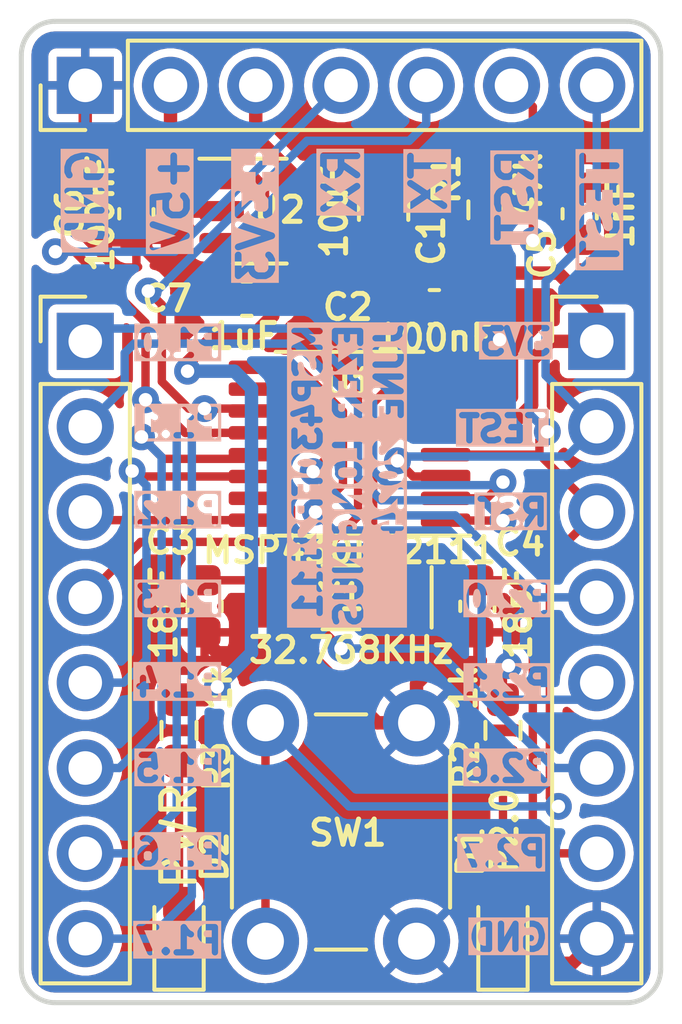
<source format=kicad_pcb>
(kicad_pcb (version 20221018) (generator pcbnew)
  (layers (0 "F.Cu" signal) (31 "B.Cu" signal) (34 "B.Paste" user) (35 "F.Paste" user) (36 "B.SilkS" user "B.Silkscreen") (37 "F.SilkS" user "F.Silkscreen") (38 "B.Mask" user) (39 "F.Mask" user) (44 "Edge.Cuts" user))
  (net 0 "")
  (net 1 "+3V3")
  (net 2 "GND")
  (net 3 "P2.6")
  (net 4 "P2.7")
  (net 5 "RST")
  (net 6 "+5V")
  (net 7 "Net-(D1-A)")
  (net 8 "Net-(D2-A)")
  (net 9 "P1.0")
  (net 10 "P1.1")
  (net 11 "P1.2")
  (net 12 "P1.3")
  (net 13 "P1.4")
  (net 14 "P1.5")
  (net 15 "P1.6")
  (net 16 "P1.7")
  (net 17 "Test")
  (net 18 "P2.0")
  (net 19 "P2.1")
  (footprint "Capacitor_SMD:C_0603_1608Metric" (layer "F.Cu") (at 138.684 80.023 -90)
    (fp_text reference "C6" (at -0.013 1.9812 90) (layer "F.SilkS") (effects (font (size 0.75 0.75) (thickness 0.15) bold)))
    (fp_text value "100nF" (at -0.013 1.0668 90) (layer "F.SilkS") (effects (font (size 0.75 0.75) (thickness 0.15) bold)))
    (fp_line (start -0.14058 -0.51) (end 0.14058 -0.51) (stroke (width 0.12)) (layer "F.SilkS"))
    (fp_line (start -0.14058 0.51) (end 0.14058 0.51) (stroke (width 0.12)) (layer "F.SilkS"))
    (pad "1" smd roundrect (at -0.775 0 270) (size 0.9 0.95) (layers "F.Cu" "F.Paste" "F.Mask") (net 6 "+5V"))
    (pad "2" smd roundrect (at 0.775 0 270) (size 0.9 0.95) (layers "F.Cu" "F.Paste" "F.Mask") (net 2 "GND"))
  )
  (footprint "Package_SO:TSSOP-16_4.4x5mm_P0.65mm" (layer "F.Cu") (at 145.034 86.868 180)
    (fp_text reference "U1" (at 0 1.8288) (layer "F.SilkS") (effects (font (size 0.75 0.75) (thickness 0.15) bold)))
    (fp_text value "MSP430FR2111" (at 0 -3.175) (layer "F.SilkS") (effects (font (size 0.75 0.75) (thickness 0.15) bold)))
    (fp_line (start 0 -2.735) (end -3.6 -2.735) (stroke (width 0.12)) (layer "F.SilkS"))
    (fp_line (start 0 -2.735) (end 2.2 -2.735) (stroke (width 0.12)) (layer "F.SilkS"))
    (fp_line (start 0 2.735) (end -2.2 2.735) (stroke (width 0.12)) (layer "F.SilkS"))
    (fp_line (start 0 2.735) (end 2.2 2.735) (stroke (width 0.12)) (layer "F.SilkS"))
    (pad "1" smd roundrect (at -2.8625 -2.275 180) (size 1.475 0.4) (layers "F.Cu" "F.Paste" "F.Mask") (net 10 "P1.1"))
    (pad "2" smd roundrect (at -2.8625 -1.625 180) (size 1.475 0.4) (layers "F.Cu" "F.Paste" "F.Mask") (net 9 "P1.0"))
    (pad "3" smd roundrect (at -2.8625 -0.975 180) (size 1.475 0.4) (layers "F.Cu" "F.Paste" "F.Mask") (net 17 "Test"))
    (pad "4" smd roundrect (at -2.8625 -0.325 180) (size 1.475 0.4) (layers "F.Cu" "F.Paste" "F.Mask") (net 5 "RST"))
    (pad "5" smd roundrect (at -2.8625 0.325 180) (size 1.475 0.4) (layers "F.Cu" "F.Paste" "F.Mask") (net 1 "+3V3"))
    (pad "6" smd roundrect (at -2.8625 0.975 180) (size 1.475 0.4) (layers "F.Cu" "F.Paste" "F.Mask") (net 2 "GND"))
    (pad "7" smd roundrect (at -2.8625 1.625 180) (size 1.475 0.4) (layers "F.Cu" "F.Paste" "F.Mask") (net 4 "P2.7"))
    (pad "8" smd roundrect (at -2.8625 2.275 180) (size 1.475 0.4) (layers "F.Cu" "F.Paste" "F.Mask") (net 3 "P2.6"))
    (pad "9" smd roundrect (at 2.8625 2.275 180) (size 1.475 0.4) (layers "F.Cu" "F.Paste" "F.Mask") (net 19 "P2.1"))
    (pad "10" smd roundrect (at 2.8625 1.625 180) (size 1.475 0.4) (layers "F.Cu" "F.Paste" "F.Mask") (net 18 "P2.0"))
    (pad "11" smd roundrect (at 2.8625 0.975 180) (size 1.475 0.4) (layers "F.Cu" "F.Paste" "F.Mask") (net 16 "P1.7"))
    (pad "12" smd roundrect (at 2.8625 0.325 180) (size 1.475 0.4) (layers "F.Cu" "F.Paste" "F.Mask") (net 15 "P1.6"))
    (pad "13" smd roundrect (at 2.8625 -0.325 180) (size 1.475 0.4) (layers "F.Cu" "F.Paste" "F.Mask") (net 14 "P1.5"))
    (pad "14" smd roundrect (at 2.8625 -0.975 180) (size 1.475 0.4) (layers "F.Cu" "F.Paste" "F.Mask") (net 13 "P1.4"))
    (pad "15" smd roundrect (at 2.8625 -1.625 180) (size 1.475 0.4) (layers "F.Cu" "F.Paste" "F.Mask") (net 12 "P1.3"))
    (pad "16" smd roundrect (at 2.8625 -2.275 180) (size 1.475 0.4) (layers "F.Cu" "F.Paste" "F.Mask") (net 11 "P1.2"))
  )
  (footprint "Capacitor_SMD:C_0603_1608Metric" (layer "F.Cu") (at 151.892 80.023 90)
    (fp_text reference "C5" (at -1.2062 -1.1176 90) (layer "F.SilkS") (effects (font (size 0.75 0.75) (thickness 0.15) bold)))
    (fp_text value "1nF" (at 0 1.2192 90) (layer "F.SilkS") (effects (font (size 0.75 0.75) (thickness 0.15) bold)))
    (fp_line (start -0.14058 -0.51) (end 0.14058 -0.51) (stroke (width 0.12)) (layer "F.SilkS"))
    (fp_line (start -0.14058 0.51) (end 0.14058 0.51) (stroke (width 0.12)) (layer "F.SilkS"))
    (pad "1" smd roundrect (at -0.775 0 90) (size 0.9 0.95) (layers "F.Cu" "F.Paste" "F.Mask") (net 5 "RST"))
    (pad "2" smd roundrect (at 0.775 0 90) (size 0.9 0.95) (layers "F.Cu" "F.Paste" "F.Mask") (net 2 "GND"))
  )
  (footprint "Package_TO_SOT_SMD:SOT-23-5" (layer "F.Cu") (at 142.3615 79.944)
    (fp_text reference "U2" (at 0.5897 -0.0356) (layer "F.SilkS") (effects (font (size 0.75 0.75) (thickness 0.15) bold)))
    (fp_text value "MIC5317-3.3xM5" hide)
    (fp_line (start 0 -1.56) (end -1.8 -1.56) (stroke (width 0.12)) (layer "F.SilkS"))
    (fp_line (start 0 -1.56) (end 0.8 -1.56) (stroke (width 0.12)) (layer "F.SilkS"))
    (fp_line (start 0 1.56) (end -0.8 1.56) (stroke (width 0.12)) (layer "F.SilkS"))
    (fp_line (start 0 1.56) (end 0.8 1.56) (stroke (width 0.12)) (layer "F.SilkS"))
    (pad "1" smd roundrect (at -1.1375 -0.95) (size 1.325 0.6) (layers "F.Cu" "F.Paste" "F.Mask") (net 6 "+5V"))
    (pad "2" smd roundrect (at -1.1375 0) (size 1.325 0.6) (layers "F.Cu" "F.Paste" "F.Mask") (net 2 "GND"))
    (pad "3" smd roundrect (at -1.1375 0.95) (size 1.325 0.6) (layers "F.Cu" "F.Paste" "F.Mask") (net 6 "+5V"))
    (pad "4" smd roundrect (at 1.1375 0.95) (size 1.325 0.6) (layers "F.Cu" "F.Paste" "F.Mask"))
    (pad "5" smd roundrect (at 1.1375 -0.95) (size 1.325 0.6) (layers "F.Cu" "F.Paste" "F.Mask") (net 1 "+3V3"))
  )
  (footprint "Crystal:Crystal_SMD_EuroQuartz_EQ161-2Pin_3.2x1.5mm_HandSoldering" (layer "F.Cu") (at 144.78 91.44 180)
    (fp_text reference "Y1" (at 0 0) (layer "F.SilkS") (effects (font (size 0.75 0.75) (thickness 0.15) bold)))
    (fp_text value "32.768KHz" (at -0.3048 -1.5748) (layer "F.SilkS") (effects (font (size 0.75 0.75) (thickness 0.15) bold)))
    (fp_line (start -2.7 -0.9) (end -2.7 0.9) (stroke (width 0.12)) (layer "F.SilkS"))
    (fp_line (start -0.55 -0.95) (end 0.55 -0.95) (stroke (width 0.12)) (layer "F.SilkS"))
    (fp_line (start -0.55 0.95) (end 0.55 0.95) (stroke (width 0.12)) (layer "F.SilkS"))
    (pad "1" smd rect (at -1.625 0 180) (size 1.75 1.8) (layers "F.Cu" "F.Paste" "F.Mask") (net 4 "P2.7"))
    (pad "2" smd rect (at 1.625 0 180) (size 1.75 1.8) (layers "F.Cu" "F.Paste" "F.Mask") (net 3 "P2.6"))
  )
  (footprint "Button_Switch_THT:SW_PUSH_6mm" (layer "F.Cu") (at 142.53 101.675 90)
    (fp_text reference "SW1" (at 3.2246 2.4532 180) (layer "F.SilkS") (effects (font (size 0.75 0.75) (thickness 0.15) bold)))
    (fp_text value "SW_SPST" hide)
    (fp_line (start -0.25 1.5) (end -0.25 3) (stroke (width 0.12)) (layer "F.SilkS"))
    (fp_line (start 1 5.5) (end 5.5 5.5) (stroke (width 0.12)) (layer "F.SilkS"))
    (fp_line (start 5.5 -1) (end 1 -1) (stroke (width 0.12)) (layer "F.SilkS"))
    (fp_line (start 6.75 3) (end 6.75 1.5) (stroke (width 0.12)) (layer "F.SilkS"))
    (pad "1" thru_hole circle (at 0 0 180) (size 2 2) (drill 1.1) (layers "*.Cu" "*.Mask") (net 5 "RST"))
    (pad "1" thru_hole circle (at 6.5 0 180) (size 2 2) (drill 1.1) (layers "*.Cu" "*.Mask") (net 5 "RST"))
    (pad "2" thru_hole circle (at 0 4.5 180) (size 2 2) (drill 1.1) (layers "*.Cu" "*.Mask") (net 2 "GND"))
    (pad "2" thru_hole circle (at 6.5 4.5 180) (size 2 2) (drill 1.1) (layers "*.Cu" "*.Mask") (net 2 "GND"))
  )
  (footprint "Connector_PinHeader_2.54mm:PinHeader_1x07_P2.54mm_Vertical" (layer "F.Cu") (at 137.16 76.2 90)
    (fp_text reference "J3" hide)
    (fp_text value "Conn_01x07_Pin" hide)
    (fp_line (start -1.33 -1.33) (end 0 -1.33) (stroke (width 0.12)) (layer "F.SilkS"))
    (fp_line (start -1.33 0) (end -1.33 -1.33) (stroke (width 0.12)) (layer "F.SilkS"))
    (fp_line (start -1.33 1.27) (end -1.33 16.57) (stroke (width 0.12)) (layer "F.SilkS"))
    (fp_line (start -1.33 1.27) (end 1.33 1.27) (stroke (width 0.12)) (layer "F.SilkS"))
    (fp_line (start -1.33 16.57) (end 1.33 16.57) (stroke (width 0.12)) (layer "F.SilkS"))
    (fp_line (start 1.33 1.27) (end 1.33 16.57) (stroke (width 0.12)) (layer "F.SilkS"))
    (pad "1" thru_hole rect (at 0 0 90) (size 1.7 1.7) (drill 1) (layers "*.Cu" "*.Mask") (net 2 "GND"))
    (pad "2" thru_hole oval (at 0 2.54 90) (size 1.7 1.7) (drill 1) (layers "*.Cu" "*.Mask") (net 6 "+5V"))
    (pad "3" thru_hole oval (at 0 5.08 90) (size 1.7 1.7) (drill 1) (layers "*.Cu" "*.Mask") (net 1 "+3V3"))
    (pad "4" thru_hole oval (at 0 7.62 90) (size 1.7 1.7) (drill 1) (layers "*.Cu" "*.Mask") (net 15 "P1.6"))
    (pad "5" thru_hole oval (at 0 10.16 90) (size 1.7 1.7) (drill 1) (layers "*.Cu" "*.Mask") (net 16 "P1.7"))
    (pad "6" thru_hole oval (at 0 12.7 90) (size 1.7 1.7) (drill 1) (layers "*.Cu" "*.Mask") (net 5 "RST"))
    (pad "7" thru_hole oval (at 0 15.24 90) (size 1.7 1.7) (drill 1) (layers "*.Cu" "*.Mask") (net 17 "Test"))
  )
  (footprint "Connector_PinHeader_2.54mm:PinHeader_1x08_P2.54mm_Vertical" (layer "F.Cu") (at 152.4 83.82)
    (fp_text reference "J2" hide)
    (fp_text value "Conn_01x08_Pin" hide)
    (fp_line (start -1.33 -1.33) (end 0 -1.33) (stroke (width 0.12)) (layer "F.SilkS"))
    (fp_line (start -1.33 0) (end -1.33 -1.33) (stroke (width 0.12)) (layer "F.SilkS"))
    (fp_line (start -1.33 1.27) (end -1.33 19.11) (stroke (width 0.12)) (layer "F.SilkS"))
    (fp_line (start -1.33 1.27) (end 1.33 1.27) (stroke (width 0.12)) (layer "F.SilkS"))
    (fp_line (start -1.33 19.11) (end 1.33 19.11) (stroke (width 0.12)) (layer "F.SilkS"))
    (fp_line (start 1.33 1.27) (end 1.33 19.11) (stroke (width 0.12)) (layer "F.SilkS"))
    (pad "1" thru_hole rect (at 0 0) (size 1.7 1.7) (drill 1) (layers "*.Cu" "*.Mask") (net 1 "+3V3"))
    (pad "2" thru_hole oval (at 0 2.54) (size 1.7 1.7) (drill 1) (layers "*.Cu" "*.Mask") (net 17 "Test"))
    (pad "3" thru_hole oval (at 0 5.08) (size 1.7 1.7) (drill 1) (layers "*.Cu" "*.Mask") (net 5 "RST"))
    (pad "4" thru_hole oval (at 0 7.62) (size 1.7 1.7) (drill 1) (layers "*.Cu" "*.Mask") (net 18 "P2.0"))
    (pad "5" thru_hole oval (at 0 10.16) (size 1.7 1.7) (drill 1) (layers "*.Cu" "*.Mask") (net 19 "P2.1"))
    (pad "6" thru_hole oval (at 0 12.7) (size 1.7 1.7) (drill 1) (layers "*.Cu" "*.Mask") (net 3 "P2.6"))
    (pad "7" thru_hole oval (at 0 15.24) (size 1.7 1.7) (drill 1) (layers "*.Cu" "*.Mask") (net 4 "P2.7"))
    (pad "8" thru_hole oval (at 0 17.78) (size 1.7 1.7) (drill 1) (layers "*.Cu" "*.Mask") (net 2 "GND"))
  )
  (footprint "Resistor_SMD:R_0603_1608Metric_Pad0.98x0.95mm_HandSolder" (layer "F.Cu") (at 149.606 95.4005 -90)
    (fp_text reference "R2" (at 1.0179 1.1176 90) (layer "F.SilkS") (effects (font (size 0.75 0.75) (thickness 0.15) bold)))
    (fp_text value "1k" (at -1.2681 1.1684 90) (layer "F.SilkS") (effects (font (size 0.75 0.75) (thickness 0.15) bold)))
    (fp_line (start -0.254724 -0.5225) (end 0.254724 -0.5225) (stroke (width 0.12)) (layer "F.SilkS"))
    (fp_line (start -0.254724 0.5225) (end 0.254724 0.5225) (stroke (width 0.12)) (layer "F.SilkS"))
    (pad "1" smd roundrect (at -0.9125 0 270) (size 0.975 0.95) (layers "F.Cu" "F.Paste" "F.Mask") (net 18 "P2.0"))
    (pad "2" smd roundrect (at 0.9125 0 270) (size 0.975 0.95) (layers "F.Cu" "F.Paste" "F.Mask") (net 7 "Net-(D1-A)"))
  )
  (footprint "LED_SMD:LED_0603_1608Metric_Pad1.05x0.95mm_HandSolder" (layer "F.Cu") (at 139.954 101.459 90)
    (fp_text reference "D2" (at 2.2974 1.0668 90) (layer "F.SilkS") (effects (font (size 0.75 0.75) (thickness 0.15) bold)))
    (fp_text value "PWR" (at 2.907 0 90) (layer "F.SilkS" knockout) (effects (font (thickness 0.15) bold)))
    (fp_line (start -1.66 -0.735) (end -1.66 0.735) (stroke (width 0.12)) (layer "F.SilkS"))
    (fp_line (start -1.66 0.735) (end 0.8 0.735) (stroke (width 0.12)) (layer "F.SilkS"))
    (fp_line (start 0.8 -0.735) (end -1.66 -0.735) (stroke (width 0.12)) (layer "F.SilkS"))
    (pad "1" smd roundrect (at -0.875 0 90) (size 1.05 0.95) (layers "F.Cu" "F.Paste" "F.Mask") (net 2 "GND"))
    (pad "2" smd roundrect (at 0.875 0 90) (size 1.05 0.95) (layers "F.Cu" "F.Paste" "F.Mask") (net 8 "Net-(D2-A)"))
  )
  (footprint "Capacitor_SMD:C_0603_1608Metric" (layer "F.Cu") (at 140.716 91.707 -90)
    (fp_text reference "C3" (at -1.9434 1.016 -180) (layer "F.SilkS") (effects (font (size 0.75 0.75) (thickness 0.15) bold)))
    (fp_text value "18pF" (at 0.1902 1.2192 90) (layer "F.SilkS") (effects (font (size 0.75 0.75) (thickness 0.15) bold)))
    (fp_line (start -0.14058 -0.51) (end 0.14058 -0.51) (stroke (width 0.12)) (layer "F.SilkS"))
    (fp_line (start -0.14058 0.51) (end 0.14058 0.51) (stroke (width 0.12)) (layer "F.SilkS"))
    (pad "1" smd roundrect (at -0.775 0 270) (size 0.9 0.95) (layers "F.Cu" "F.Paste" "F.Mask") (net 3 "P2.6"))
    (pad "2" smd roundrect (at 0.775 0 270) (size 0.9 0.95) (layers "F.Cu" "F.Paste" "F.Mask") (net 2 "GND"))
  )
  (footprint "Capacitor_SMD:C_0805_2012Metric" (layer "F.Cu") (at 146.05 79.944 -90)
    (fp_text reference "C1" (at 0.8788 -1.4224 90) (layer "F.SilkS") (effects (font (size 0.75 0.75) (thickness 0.15) bold)))
    (fp_text value "10uF" (at 0.0152 1.4732 90) (layer "F.SilkS") (effects (font (size 0.75 0.75) (thickness 0.15) bold)))
    (fp_line (start -0.261252 -0.735) (end 0.261252 -0.735) (stroke (width 0.12)) (layer "F.SilkS"))
    (fp_line (start -0.261252 0.735) (end 0.261252 0.735) (stroke (width 0.12)) (layer "F.SilkS"))
    (pad "1" smd roundrect (at -0.95 0 270) (size 1 1.45) (layers "F.Cu" "F.Paste" "F.Mask") (net 1 "+3V3"))
    (pad "2" smd roundrect (at 0.95 0 270) (size 1 1.45) (layers "F.Cu" "F.Paste" "F.Mask") (net 2 "GND"))
  )
  (footprint "LED_SMD:LED_0603_1608Metric_Pad1.05x0.95mm_HandSolder" (layer "F.Cu") (at 149.606 101.459 90)
    (fp_text reference "D1" (at 2.4498 -0.9652 90) (layer "F.SilkS") (effects (font (size 0.75 0.75) (thickness 0.15) bold)))
    (fp_text value "P2.0" (at 3.0594 0.0508 90) (layer "F.SilkS" knockout) (effects (font (size 0.75 0.75) (thickness 0.15) bold)))
    (fp_line (start -1.66 -0.735) (end -1.66 0.735) (stroke (width 0.12)) (layer "F.SilkS"))
    (fp_line (start -1.66 0.735) (end 0.8 0.735) (stroke (width 0.12)) (layer "F.SilkS"))
    (fp_line (start 0.8 -0.735) (end -1.66 -0.735) (stroke (width 0.12)) (layer "F.SilkS"))
    (pad "1" smd roundrect (at -0.875 0 90) (size 1.05 0.95) (layers "F.Cu" "F.Paste" "F.Mask") (net 2 "GND"))
    (pad "2" smd roundrect (at 0.875 0 90) (size 1.05 0.95) (layers "F.Cu" "F.Paste" "F.Mask") (net 7 "Net-(D1-A)"))
  )
  (footprint "Capacitor_SMD:C_0603_1608Metric" (layer "F.Cu") (at 147.561 82.804)
    (fp_text reference "C2" (at -2.5778 0) (layer "F.SilkS") (effects (font (size 0.75 0.75) (thickness 0.15) bold)))
    (fp_text value "100nF" (at 0 0.9144) (layer "F.SilkS") (effects (font (size 0.75 0.75) (thickness 0.15) bold)))
    (fp_line (start -0.14058 -0.51) (end 0.14058 -0.51) (stroke (width 0.12)) (layer "F.SilkS"))
    (fp_line (start -0.14058 0.51) (end 0.14058 0.51) (stroke (width 0.12)) (layer "F.SilkS"))
    (pad "1" smd roundrect (at -0.775 0) (size 0.9 0.95) (layers "F.Cu" "F.Paste" "F.Mask") (net 1 "+3V3"))
    (pad "2" smd roundrect (at 0.775 0) (size 0.9 0.95) (layers "F.Cu" "F.Paste" "F.Mask") (net 2 "GND"))
  )
  (footprint "Capacitor_SMD:C_0603_1608Metric" (layer "F.Cu") (at 148.844 91.707 90)
    (fp_text reference "C4" (at 1.8926 1.27 180) (layer "F.SilkS") (effects (font (size 0.75 0.75) (thickness 0.15) bold)))
    (fp_text value "18pF" (at -0.1902 1.2192 90) (layer "F.SilkS") (effects (font (size 0.75 0.75) (thickness 0.15) bold)))
    (fp_line (start -0.14058 -0.51) (end 0.14058 -0.51) (stroke (width 0.12)) (layer "F.SilkS"))
    (fp_line (start -0.14058 0.51) (end 0.14058 0.51) (stroke (width 0.12)) (layer "F.SilkS"))
    (pad "1" smd roundrect (at -0.775 0 90) (size 0.9 0.95) (layers "F.Cu" "F.Paste" "F.Mask") (net 2 "GND"))
    (pad "2" smd roundrect (at 0.775 0 90) (size 0.9 0.95) (layers "F.Cu" "F.Paste" "F.Mask") (net 4 "P2.7"))
  )
  (footprint "Resistor_SMD:R_0603_1608Metric_Pad0.98x0.95mm_HandSolder" (layer "F.Cu") (at 139.954 95.4005 -90)
    (fp_text reference "R3" (at 1.0687 -1.1176 90) (layer "F.SilkS") (effects (font (size 0.75 0.75) (thickness 0.15) bold)))
    (fp_text value "1k" (at -1.2681 -1.1684 90) (layer "F.SilkS") (effects (font (size 0.75 0.75) (thickness 0.15) bold)))
    (fp_line (start -0.254724 -0.5225) (end 0.254724 -0.5225) (stroke (width 0.12)) (layer "F.SilkS"))
    (fp_line (start -0.254724 0.5225) (end 0.254724 0.5225) (stroke (width 0.12)) (layer "F.SilkS"))
    (pad "1" smd roundrect (at -0.9125 0 270) (size 0.975 0.95) (layers "F.Cu" "F.Paste" "F.Mask") (net 1 "+3V3"))
    (pad "2" smd roundrect (at 0.9125 0 270) (size 0.975 0.95) (layers "F.Cu" "F.Paste" "F.Mask") (net 8 "Net-(D2-A)"))
  )
  (footprint "Capacitor_SMD:C_0603_1608Metric" (layer "F.Cu") (at 141.973 82.55 180)
    (fp_text reference "C7" (at 2.3746 0) (layer "F.SilkS") (effects (font (size 0.75 0.75) (thickness 0.15) bold)))
    (fp_text value "1uF" (at 0.0886 -1.1176) (layer "F.SilkS") (effects (font (size 0.75 0.75) (thickness 0.15) bold)))
    (fp_line (start -0.14058 -0.51) (end 0.14058 -0.51) (stroke (width 0.12)) (layer "F.SilkS"))
    (fp_line (start -0.14058 0.51) (end 0.14058 0.51) (stroke (width 0.12)) (layer "F.SilkS"))
    (pad "1" smd roundrect (at -0.775 0 180) (size 0.9 0.95) (layers "F.Cu" "F.Paste" "F.Mask") (net 1 "+3V3"))
    (pad "2" smd roundrect (at 0.775 0 180) (size 0.9 0.95) (layers "F.Cu" "F.Paste" "F.Mask") (net 2 "GND"))
  )
  (footprint "Resistor_SMD:R_0603_1608Metric_Pad0.98x0.95mm_HandSolder" (layer "F.Cu") (at 149.098 79.9065 -90)
    (fp_text reference "R1" (at -0.9125 1.1684 90) (layer "F.SilkS") (effects (font (size 0.75 0.75) (thickness 0.15) bold)))
    (fp_text value "47k" (at -0.7093 -1.27 90) (layer "F.SilkS") (effects (font (size 0.75 0.75) (thickness 0.15) bold)))
    (fp_line (start -0.254724 -0.5225) (end 0.254724 -0.5225) (stroke (width 0.12)) (layer "F.SilkS"))
    (fp_line (start -0.254724 0.5225) (end 0.254724 0.5225) (stroke (width 0.12)) (layer "F.SilkS"))
    (pad "1" smd roundrect (at -0.9125 0 270) (size 0.975 0.95) (layers "F.Cu" "F.Paste" "F.Mask") (net 1 "+3V3"))
    (pad "2" smd roundrect (at 0.9125 0 270) (size 0.975 0.95) (layers "F.Cu" "F.Paste" "F.Mask") (net 5 "RST"))
  )
  (footprint "Connector_PinHeader_2.54mm:PinHeader_1x08_P2.54mm_Vertical" (layer "F.Cu") (at 137.16 83.82)
    (fp_text reference "J1" hide)
    (fp_text value "Conn_01x08_Pin" hide)
    (fp_line (start -1.33 -1.33) (end 0 -1.33) (stroke (width 0.12)) (layer "F.SilkS"))
    (fp_line (start -1.33 0) (end -1.33 -1.33) (stroke (width 0.12)) (layer "F.SilkS"))
    (fp_line (start -1.33 1.27) (end -1.33 19.11) (stroke (width 0.12)) (layer "F.SilkS"))
    (fp_line (start -1.33 1.27) (end 1.33 1.27) (stroke (width 0.12)) (layer "F.SilkS"))
    (fp_line (start -1.33 19.11) (end 1.33 19.11) (stroke (width 0.12)) (layer "F.SilkS"))
    (fp_line (start 1.33 1.27) (end 1.33 19.11) (stroke (width 0.12)) (layer "F.SilkS"))
    (pad "1" thru_hole rect (at 0 0) (size 1.7 1.7) (drill 1) (layers "*.Cu" "*.Mask") (net 9 "P1.0"))
    (pad "2" thru_hole oval (at 0 2.54) (size 1.7 1.7) (drill 1) (layers "*.Cu" "*.Mask") (net 10 "P1.1"))
    (pad "3" thru_hole oval (at 0 5.08) (size 1.7 1.7) (drill 1) (layers "*.Cu" "*.Mask") (net 11 "P1.2"))
    (pad "4" thru_hole oval (at 0 7.62) (size 1.7 1.7) (drill 1) (layers "*.Cu" "*.Mask") (net 12 "P1.3"))
    (pad "5" thru_hole oval (at 0 10.16) (size 1.7 1.7) (drill 1) (layers "*.Cu" "*.Mask") (net 13 "P1.4"))
    (pad "6" thru_hole oval (at 0 12.7) (size 1.7 1.7) (drill 1) (layers "*.Cu" "*.Mask") (net 14 "P1.5"))
    (pad "7" thru_hole oval (at 0 15.24) (size 1.7 1.7) (drill 1) (layers "*.Cu" "*.Mask") (net 15 "P1.6"))
    (pad "8" thru_hole oval (at 0 17.78) (size 1.7 1.7) (drill 1) (layers "*.Cu" "*.Mask") (net 16 "P1.7"))
  )
  (gr_line (start 154.305 75.295) (end 154.305 102.505) (stroke (width 0.15)) (layer "Edge.Cuts"))
  (gr_line (start 135.255 102.505) (end 135.255 75.295) (stroke (width 0.15)) (layer "Edge.Cuts"))
  (gr_line (start 153.305 103.505) (end 136.255 103.505) (stroke (width 0.15)) (layer "Edge.Cuts"))
  (gr_arc (start 136.255 103.505) (mid 135.547894 103.212107) (end 135.255 102.505) (stroke (width 0.15)) (layer "Edge.Cuts"))
  (gr_arc (start 153.305 74.295) (mid 154.012106 74.587893) (end 154.305 75.295) (stroke (width 0.15)) (layer "Edge.Cuts"))
  (gr_arc (start 135.255 75.295) (mid 135.547893 74.587894) (end 136.255 74.295) (stroke (width 0.15)) (layer "Edge.Cuts"))
  (gr_line (start 136.255 74.295) (end 153.305 74.295) (stroke (width 0.15)) (layer "Edge.Cuts"))
  (gr_arc (start 154.305 102.505) (mid 154.012107 103.212106) (end 153.305 103.505) (stroke (width 0.15)) (layer "Edge.Cuts"))
  (gr_text "+5V" (at 140.3096 77.9272 90) (layer "B.SilkS" knockout) (effects (font (size 1 1) (thickness 0.2) bold) (justify left bottom mirror)))
  (gr_text "P2.6" (at 151.13 96.9772) (layer "B.SilkS" knockout) (effects (font (size 0.75 0.75) (thickness 0.1875) bold) (justify left bottom mirror)))
  (gr_text "P2.7" (at 150.9776 99.5172) (layer "B.SilkS" knockout) (effects (font (size 0.75 0.75) (thickness 0.1875) bold) (justify left bottom mirror)))
  (gr_text "P1.5" (at 141.3256 96.9772) (layer "B.SilkS" knockout) (effects (font (size 0.75 0.75) (thickness 0.1875) bold) (justify left bottom mirror)))
  (gr_text "P1.6" (at 141.3256 99.4664) (layer "B.SilkS" knockout) (effects (font (size 0.75 0.75) (thickness 0.1875) bold) (justify left bottom mirror)))
  (gr_text "P2.0" (at 151.13 91.948) (layer "B.SilkS" knockout) (effects (font (size 0.75 0.75) (thickness 0.1875) bold) (justify left bottom mirror)))
  (gr_text "TEST" (at 150.9776 86.868) (layer "B.SilkS" knockout) (effects (font (size 0.75 0.75) (thickness 0.1875) bold) (justify left bottom mirror)))
  (gr_text "TEST" (at 153.1112 78.0796 90) (layer "B.SilkS" knockout) (effects (font (size 1 1) (thickness 0.2) bold) (justify left bottom mirror)))
  (gr_text "RST" (at 150.5712 77.978 90) (layer "B.SilkS" knockout) (effects (font (size 1 1) (thickness 0.2) bold) (justify left bottom mirror)))
  (gr_text "GND" (at 151.0284 102.0064) (layer "B.SilkS" knockout) (effects (font (size 0.75 0.75) (thickness 0.1875) bold) (justify left bottom mirror)))
  (gr_text "P2.1" (at 151.13 94.4372) (layer "B.SilkS" knockout) (effects (font (size 0.75 0.75) (thickness 0.1875) bold) (justify left bottom mirror)))
  (gr_text "3V3" (at 151.13 84.2772) (layer "B.SilkS" knockout) (effects (font (size 0.75 0.75) (thickness 0.1875) bold) (justify left bottom mirror)))
  (gr_text "GND" (at 137.7696 77.978 90) (layer "B.SilkS" knockout) (effects (font (size 1 1) (thickness 0.2) bold) (justify left bottom mirror)))
  (gr_text "P1.2" (at 141.3256 89.3064) (layer "B.SilkS" knockout) (effects (font (size 0.75 0.75) (thickness 0.1875) bold) (justify left bottom mirror)))
  (gr_text "P1.3" (at 141.3256 91.948) (layer "B.SilkS" knockout) (effects (font (size 0.75 0.75) (thickness 0.1875) bold) (justify left bottom mirror)))
  (gr_text "RST" (at 151.0284 89.3572) (layer "B.SilkS" knockout) (effects (font (size 0.75 0.75) (thickness 0.1875) bold) (justify left bottom mirror)))
  (gr_text "RX" (at 145.3896 77.9272 90) (layer "B.SilkS" knockout) (effects (font (size 1 1) (thickness 0.2) bold) (justify left bottom mirror)))
  (gr_text "+3V3" (at 142.8496 77.9272 90) (layer "B.SilkS" knockout) (effects (font (size 1 1) (thickness 0.2) bold) (justify left bottom mirror)))
  (gr_text "P1.1" (at 141.3256 86.7156) (layer "B.SilkS" knockout) (effects (font (size 0.75 0.75) (thickness 0.1875) bold) (justify left bottom mirror)))
  (gr_text "P1.0" (at 141.3256 84.328) (layer "B.SilkS" knockout) (effects (font (size 0.75 0.75) (thickness 0.1875) bold) (justify left bottom mirror)))
  (gr_text "P1.4" (at 141.3256 94.4372) (layer "B.SilkS" knockout) (effects (font (size 0.75 0.75) (thickness 0.1875) bold) (justify left bottom mirror)))
  (gr_text "P1.7" (at 141.3256 102.108) (layer "B.SilkS" knockout) (effects (font (size 0.75 0.75) (thickness 0.1875) bold) (justify left bottom mirror)))
  (gr_text "MSP430FR2111\nEZER LONGINUS\nJUNE 2024" (at 146.6596 83.2104 90) (layer "B.SilkS" knockout) (effects (font (size 0.75 0.75) (thickness 0.1875) bold) (justify left bottom mirror)))
  (gr_text "TX" (at 147.9804 78.0796 90) (layer "B.SilkS" knockout) (effects (font (size 1 1) (thickness 0.2) bold) (justify left bottom mirror)))
  (segment (start 144.526 82.296) (end 144.653 82.169) (width 0.4) (layer "F.Cu") (net 1))
  (segment (start 139.954 94.488) (end 140.716 94.488) (width 0.4) (layer "F.Cu") (net 1))
  (segment (start 140.208 84.709) (end 140.208 84.455) (width 0.4) (layer "F.Cu") (net 1))
  (segment (start 143.499 78.994) (end 144.653 78.994) (width 0.4) (layer "F.Cu") (net 1))
  (segment (start 145.034 82.804) (end 144.526 82.296) (width 0.4) (layer "F.Cu") (net 1))
  (segment (start 147.066 81.788) (end 146.786 82.068) (width 0.4) (layer "F.Cu") (net 1))
  (segment (start 146.05 78.994) (end 149.098 78.994) (width 0.4) (layer "F.Cu") (net 1))
  (segment (start 152.4 83.82) (end 152.4 82.931) (width 0.4) (layer "F.Cu") (net 1))
  (segment (start 152.4 82.931) (end 151.257 81.788) (width 0.4) (layer "F.Cu") (net 1))
  (segment (start 142.24 77.735) (end 143.499 78.994) (width 0.4) (layer "F.Cu") (net 1))
  (segment (start 144.653 82.169) (end 144.653 78.994) (width 0.4) (layer "F.Cu") (net 1))
  (segment (start 142.113 83.693) (end 142.748 83.058) (width 0.4) (layer "F.Cu") (net 1))
  (segment (start 150.46 85.719528) (end 150.46 84.3884) (width 0.4) (layer "F.Cu") (net 1))
  (segment (start 140.716 94.488) (end 141.097 94.107) (width 0.4) (layer "F.Cu") (net 1))
  (segment (start 151.257 81.788) (end 147.066 81.788) (width 0.4) (layer "F.Cu") (net 1))
  (segment (start 144.272 82.55) (end 144.526 82.296) (width 0.4) (layer "F.Cu") (net 1))
  (segment (start 140.208 84.455) (end 140.97 83.693) (width 0.4) (layer "F.Cu") (net 1))
  (segment (start 142.748 83.058) (end 142.748 82.55) (width 0.4) (layer "F.Cu") (net 1))
  (segment (start 142.24 76.2) (end 142.24 77.735) (width 0.4) (layer "F.Cu") (net 1))
  (segment (start 144.653 78.994) (end 146.05 78.994) (width 0.4) (layer "F.Cu") (net 1))
  (segment (start 146.786 82.068) (end 146.786 82.804) (width 0.4) (layer "F.Cu") (net 1))
  (segment (start 140.97 83.693) (end 142.113 83.693) (width 0.4) (layer "F.Cu") (net 1))
  (segment (start 149.636528 86.543) (end 150.46 85.719528) (width 0.4) (layer "F.Cu") (net 1))
  (segment (start 146.786 82.804) (end 145.034 82.804) (width 0.4) (layer "F.Cu") (net 1))
  (segment (start 151.0284 83.82) (end 152.4 83.82) (width 0.4) (layer "F.Cu") (net 1))
  (segment (start 150.46 84.3884) (end 151.0284 83.82) (width 0.4) (layer "F.Cu") (net 1))
  (segment (start 142.748 82.55) (end 144.272 82.55) (width 0.4) (layer "F.Cu") (net 1))
  (segment (start 147.8965 86.543) (end 149.636528 86.543) (width 0.4) (layer "F.Cu") (net 1))
  (via (at 140.208 84.709) (size 0.8) (drill 0.4) (layers "F.Cu" "B.Cu") (net 1))
  (via (at 141.097 94.107) (size 0.8) (drill 0.4) (layers "F.Cu" "B.Cu") (net 1))
  (segment (start 141.605 84.709) (end 142.113 85.217) (width 0.4) (layer "B.Cu") (net 1))
  (segment (start 142.113 93.091) (end 141.097 94.107) (width 0.4) (layer "B.Cu") (net 1))
  (segment (start 140.208 84.709) (end 141.605 84.709) (width 0.4) (layer "B.Cu") (net 1))
  (segment (start 142.113 85.217) (end 142.113 93.091) (width 0.4) (layer "B.Cu") (net 1))
  (segment (start 141.097 93.091) (end 143.775629 93.091) (width 0.4) (layer "F.Cu") (net 2))
  (segment (start 149.86 85.471) (end 149.86 84.1248) (width 0.4) (layer "F.Cu") (net 2))
  (segment (start 137.16 80.264) (end 137.694 80.798) (width 0.4) (layer "F.Cu") (net 2))
  (segment (start 138.7082 80.798) (end 138.684 80.798) (width 0.4) (layer "F.Cu") (net 2))
  (segment (start 149.438 85.893) (end 149.86 85.471) (width 0.4) (layer "F.Cu") (net 2))
  (segment (start 149.5044 83.7692) (end 149.86 83.4136) (width 0.4) (layer "F.Cu") (net 2))
  (segment (start 151.666 102.334) (end 152.4 101.6) (width 0.4) (layer "F.Cu") (net 2))
  (segment (start 143.775629 93.091) (end 145.859629 95.175) (width 0.4) (layer "F.Cu") (net 2))
  (segment (start 149.86 84.1248) (end 149.5044 83.7692) (width 0.4) (layer "F.Cu") (net 2))
  (segment (start 139.5622 79.944) (end 138.7082 80.798) (width 0.4) (layer "F.Cu") (net 2))
  (segment (start 148.844 92.482) (end 148.564 92.482) (width 0.4) (layer "F.Cu") (net 2))
  (segment (start 149.86 83.058) (end 149.606 82.804) (width 0.4) (layer "F.Cu") (net 2))
  (segment (start 141.198 82.55) (end 140.436 82.55) (width 0.4) (layer "F.Cu") (net 2))
  (segment (start 137.16 76.2) (end 137.16 80.264) (width 0.4) (layer "F.Cu") (net 2))
  (segment (start 137.694 80.798) (end 138.684 80.798) (width 0.4) (layer "F.Cu") (net 2))
  (segment (start 147.8965 85.893) (end 149.438 85.893) (width 0.4) (layer "F.Cu") (net 2))
  (segment (start 149.606 82.804) (end 148.336 82.804) (width 0.4) (layer "F.Cu") (net 2))
  (segment (start 140.716 92.482) (end 140.716 92.71) (width 0.4) (layer "F.Cu") (net 2))
  (segment (start 147.03 94.016) (end 147.03 95.175) (width 0.4) (layer "F.Cu") (net 2))
  (segment (start 145.859629 95.175) (end 147.03 95.175) (width 0.4) (layer "F.Cu") (net 2))
  (segment (start 149.86 83.4136) (end 149.86 83.058) (width 0.4) (layer "F.Cu") (net 2))
  (segment (start 149.606 102.334) (end 151.666 102.334) (width 0.4) (layer "F.Cu") (net 2))
  (segment (start 140.716 92.71) (end 141.097 93.091) (width 0.4) (layer "F.Cu") (net 2))
  (segment (start 140.436 82.55) (end 138.684 80.798) (width 0.4) (layer "F.Cu") (net 2))
  (segment (start 148.564 92.482) (end 147.03 94.016) (width 0.4) (layer "F.Cu") (net 2))
  (segment (start 141.224 79.944) (end 139.5622 79.944) (width 0.4) (layer "F.Cu") (net 2))
  (via (at 149.5044 83.7692) (size 0.8) (drill 0.4) (layers "F.Cu" "B.Cu") (net 2))
  (segment (start 143.155 91.44) (end 143.256 91.44) (width 0.25) (layer "F.Cu") (net 3))
  (segment (start 146.039 84.593) (end 147.8965 84.593) (width 0.25) (layer "F.Cu") (net 3))
  (segment (start 140.716 90.932) (end 142.647 90.932) (width 0.25) (layer "F.Cu") (net 3))
  (segment (start 145.288 89.027) (end 145.288 85.344) (width 0.25) (layer "F.Cu") (net 3))
  (segment (start 142.647 90.932) (end 143.155 91.44) (width 0.25) (layer "F.Cu") (net 3))
  (segment (start 145.288 85.344) (end 146.039 84.593) (width 0.25) (layer "F.Cu") (net 3))
  (segment (start 143.256 91.44) (end 144.78 92.964) (width 0.25) (layer "F.Cu") (net 3))
  (segment (start 143.155 91.44) (end 143.155 91.16) (width 0.25) (layer "F.Cu") (net 3))
  (segment (start 143.155 91.16) (end 145.288 89.027) (width 0.25) (layer "F.Cu") (net 3))
  (via (at 144.78 92.964) (size 0.8) (drill 0.4) (layers "F.Cu" "B.Cu") (net 3))
  (segment (start 144.78 92.964) (end 147.572604 92.964) (width 0.25) (layer "B.Cu") (net 3))
  (segment (start 147.572604 92.964) (end 151.128604 96.52) (width 0.25) (layer "B.Cu") (net 3))
  (segment (start 151.128604 96.52) (end 152.4 96.52) (width 0.25) (layer "B.Cu") (net 3))
  (segment (start 151.257 99.06) (end 150.495 98.298) (width 0.25) (layer "F.Cu") (net 4))
  (segment (start 146.151 85.243) (end 145.738 85.656) (width 0.25) (layer "F.Cu") (net 4))
  (segment (start 147.8965 85.243) (end 146.151 85.243) (width 0.25) (layer "F.Cu") (net 4))
  (segment (start 146.913 90.932) (end 146.405 91.44) (width 0.25) (layer "F.Cu") (net 4))
  (segment (start 145.738 89.985) (end 146.405 90.652) (width 0.25) (layer "F.Cu") (net 4))
  (segment (start 145.738 85.656) (end 145.738 89.985) (width 0.25) (layer "F.Cu") (net 4))
  (segment (start 149.86 90.932) (end 148.844 90.932) (width 0.25) (layer "F.Cu") (net 4))
  (segment (start 146.405 90.652) (end 146.405 91.44) (width 0.25) (layer "F.Cu") (net 4))
  (segment (start 152.4 99.06) (end 151.257 99.06) (width 0.25) (layer "F.Cu") (net 4))
  (segment (start 150.495 98.298) (end 150.495 91.567) (width 0.25) (layer "F.Cu") (net 4))
  (segment (start 148.844 90.932) (end 146.913 90.932) (width 0.25) (layer "F.Cu") (net 4))
  (segment (start 150.495 91.567) (end 149.86 90.932) (width 0.25) (layer "F.Cu") (net 4))
  (segment (start 151.003 96.647) (end 151.003 97.409) (width 0.25) (layer "F.Cu") (net 5))
  (segment (start 147.8965 87.193) (end 150.693 87.193) (width 0.25) (layer "F.Cu") (net 5))
  (segment (start 150.495 80.819) (end 151.871 80.819) (width 0.25) (layer "F.Cu") (net 5))
  (segment (start 151.003 97.409) (end 151.257 97.663) (width 0.25) (layer "F.Cu") (net 5))
  (segment (start 150.495 76.835) (end 150.495 80.819) (width 0.25) (layer "F.Cu") (net 5))
  (segment (start 150.693 87.193) (end 152.4 88.9) (width 0.25) (layer "F.Cu") (net 5))
  (segment (start 142.53 101.675) (end 142.53 95.175) (width 0.25) (layer "F.Cu") (net 5))
  (segment (start 149.098 80.819) (end 150.495 80.819) (width 0.25) (layer "F.Cu") (net 5))
  (segment (start 151.871 80.819) (end 151.892 80.798) (width 0.25) (layer "F.Cu") (net 5))
  (segment (start 151.003 90.297) (end 151.003 96.647) (width 0.25) (layer "F.Cu") (net 5))
  (segment (start 150.693 86.7462) (end 150.693 87.193) (width 0.25) (layer "F.Cu") (net 5))
  (segment (start 150.9268 86.5124) (end 150.693 86.7462) (width 0.25) (layer "F.Cu") (net 5))
  (segment (start 149.86 76.2) (end 150.495 76.835) (width 0.25) (layer "F.Cu") (net 5))
  (segment (start 152.4 88.9) (end 151.003 90.297) (width 0.25) (layer "F.Cu") (net 5))
  (via (at 151.257 97.663) (size 0.8) (drill 0.4) (layers "F.Cu" "B.Cu") (net 5))
  (via (at 150.495 80.819) (size 0.8) (drill 0.4) (layers "F.Cu" "B.Cu") (net 5))
  (via (at 150.9268 86.5124) (size 0.8) (drill 0.4) (layers "F.Cu" "B.Cu") (net 5))
  (segment (start 150.9268 86.5124) (end 150.368 85.9536) (width 0.25) (layer "B.Cu") (net 5))
  (segment (start 150.368 85.9536) (end 150.368 80.946) (width 0.25) (layer "B.Cu") (net 5))
  (segment (start 151.257 97.663) (end 145.018 97.663) (width 0.25) (layer "B.Cu") (net 5))
  (segment (start 145.018 97.663) (end 142.53 95.175) (width 0.25) (layer "B.Cu") (net 5))
  (segment (start 150.368 80.946) (end 150.495 80.819) (width 0.25) (layer "B.Cu") (net 5))
  (segment (start 142.4432 79.248) (end 142.4432 80.6196) (width 0.4) (layer "F.Cu") (net 6))
  (segment (start 139.7 78.994) (end 141.224 78.994) (width 0.4) (layer "F.Cu") (net 6))
  (segment (start 138.938 78.994) (end 139.7 78.994) (width 0.4) (layer "F.Cu") (net 6))
  (segment (start 142.4432 80.6196) (end 142.1688 80.894) (width 0.4) (layer "F.Cu") (net 6))
  (segment (start 139.7 76.2) (end 139.7 78.994) (width 0.4) (layer "F.Cu") (net 6))
  (segment (start 138.684 79.248) (end 138.938 78.994) (width 0.4) (layer "F.Cu") (net 6))
  (segment (start 142.1892 78.994) (end 142.4432 79.248) (width 0.4) (layer "F.Cu") (net 6))
  (segment (start 141.224 78.994) (end 142.1892 78.994) (width 0.4) (layer "F.Cu") (net 6))
  (segment (start 142.1688 80.894) (end 141.224 80.894) (width 0.4) (layer "F.Cu") (net 6))
  (segment (start 149.606 96.313) (end 149.606 100.584) (width 0.25) (layer "F.Cu") (net 7))
  (segment (start 139.954 96.313) (end 139.954 100.584) (width 0.25) (layer "F.Cu") (net 8))
  (segment (start 149.124 88.493) (end 149.606 88.011) (width 0.25) (layer "F.Cu") (net 9))
  (segment (start 147.8965 88.493) (end 149.124 88.493) (width 0.25) (layer "F.Cu") (net 9))
  (via (at 149.606 88.011) (size 0.8) (drill 0.4) (layers "F.Cu" "B.Cu") (net 9))
  (segment (start 149.606 88.011) (end 149.516 88.101) (width 0.25) (layer "B.Cu") (net 9))
  (segment (start 145.7375 87.676305) (end 145.7375 85.5395) (width 0.25) (layer "B.Cu") (net 9))
  (segment (start 137.541 83.439) (end 137.16 83.82) (width 0.25) (layer "B.Cu") (net 9))
  (segment (start 149.516 88.101) (end 146.162195 88.101) (width 0.25) (layer "B.Cu") (net 9))
  (segment (start 143.637 83.439) (end 137.541 83.439) (width 0.25) (layer "B.Cu") (net 9))
  (segment (start 146.162195 88.101) (end 145.7375 87.676305) (width 0.25) (layer "B.Cu") (net 9))
  (segment (start 145.7375 85.5395) (end 143.637 83.439) (width 0.25) (layer "B.Cu") (net 9))
  (segment (start 149.606 89.154) (end 147.9075 89.154) (width 0.25) (layer "F.Cu") (net 10))
  (segment (start 147.9075 89.154) (end 147.8965 89.143) (width 0.25) (layer "F.Cu") (net 10))
  (via (at 149.606 89.154) (size 0.8) (drill 0.4) (layers "F.Cu" "B.Cu") (net 10))
  (segment (start 145.975799 88.551) (end 149.003 88.551) (width 0.25) (layer "B.Cu") (net 10))
  (segment (start 145.2875 85.725896) (end 145.2875 87.862701) (width 0.25) (layer "B.Cu") (net 10))
  (segment (start 137.16 86.36) (end 138.335 85.185) (width 0.25) (layer "B.Cu") (net 10))
  (segment (start 143.450604 83.889) (end 145.2875 85.725896) (width 0.25) (layer "B.Cu") (net 10))
  (segment (start 149.003 88.551) (end 149.606 89.154) (width 0.25) (layer "B.Cu") (net 10))
  (segment (start 138.335 84.169) (end 138.615 83.889) (width 0.25) (layer "B.Cu") (net 10))
  (segment (start 138.615 83.889) (end 143.450604 83.889) (width 0.25) (layer "B.Cu") (net 10))
  (segment (start 145.2875 87.862701) (end 145.975799 88.551) (width 0.25) (layer "B.Cu") (net 10))
  (segment (start 138.335 85.185) (end 138.335 84.169) (width 0.25) (layer "B.Cu") (net 10))
  (segment (start 142.1715 89.143) (end 137.403 89.143) (width 0.25) (layer "F.Cu") (net 11))
  (segment (start 137.403 89.143) (end 137.16 88.9) (width 0.25) (layer "F.Cu") (net 11))
  (segment (start 143.293 88.773) (end 143.013 88.493) (width 0.25) (layer "F.Cu") (net 12))
  (segment (start 143.013 88.493) (end 142.1715 88.493) (width 0.25) (layer "F.Cu") (net 12))
  (segment (start 138.811 89.789) (end 143.002 89.789) (width 0.25) (layer "F.Cu") (net 12))
  (segment (start 137.16 91.44) (end 138.811 89.789) (width 0.25) (layer "F.Cu") (net 12))
  (segment (start 143.293 89.498) (end 143.293 88.773) (width 0.25) (layer "F.Cu") (net 12))
  (segment (start 143.002 89.789) (end 143.293 89.498) (width 0.25) (layer "F.Cu") (net 12))
  (segment (start 138.557 87.6808) (end 138.7192 87.843) (width 0.25) (layer "F.Cu") (net 13))
  (segment (start 138.7192 87.843) (end 142.1715 87.843) (width 0.25) (layer "F.Cu") (net 13))
  (via (at 138.557 87.6808) (size 0.8) (drill 0.4) (layers "F.Cu" "B.Cu") (net 13))
  (segment (start 138.303 93.98) (end 137.16 93.98) (width 0.25) (layer "B.Cu") (net 13))
  (segment (start 138.557 87.6808) (end 138.985 88.1088) (width 0.25) (layer "B.Cu") (net 13))
  (segment (start 138.985 88.1088) (end 138.985 93.298) (width 0.25) (layer "B.Cu") (net 13))
  (segment (start 138.985 93.298) (end 138.303 93.98) (width 0.25) (layer "B.Cu") (net 13))
  (segment (start 139.4896 87.318) (end 142.0465 87.318) (width 0.25) (layer "F.Cu") (net 14))
  (segment (start 142.0465 87.318) (end 142.1715 87.193) (width 0.25) (layer "F.Cu") (net 14))
  (segment (start 138.8364 86.6648) (end 139.4896 87.318) (width 0.25) (layer "F.Cu") (net 14))
  (via (at 138.8364 86.6648) (size 0.8) (drill 0.4) (layers "F.Cu" "B.Cu") (net 14))
  (segment (start 138.8364 86.6648) (end 139.435 87.2634) (width 0.25) (layer "B.Cu") (net 14))
  (segment (start 139.435 87.2634) (end 139.435 95.261) (width 0.25) (layer "B.Cu") (net 14))
  (segment (start 138.176 96.52) (end 137.16 96.52) (width 0.25) (layer "B.Cu") (net 14))
  (segment (start 139.435 95.261) (end 138.176 96.52) (width 0.25) (layer "B.Cu") (net 14))
  (segment (start 138.955832 85.558456) (end 139.152456 85.558456) (width 0.25) (layer "F.Cu") (net 15))
  (segment (start 140.141341 86.547341) (end 141.012794 86.547341) (width 0.25) (layer "F.Cu") (net 15))
  (segment (start 138.955832 83.265832) (end 138.955832 85.558456) (width 0.25) (layer "F.Cu") (net 15))
  (segment (start 141.017135 86.543) (end 142.1715 86.543) (width 0.25) (layer "F.Cu") (net 15))
  (segment (start 141.012794 86.547341) (end 141.017135 86.543) (width 0.25) (layer "F.Cu") (net 15))
  (segment (start 136.843 81.153) (end 138.955832 83.265832) (width 0.25) (layer "F.Cu") (net 15))
  (segment (start 136.271 81.153) (end 136.843 81.153) (width 0.25) (layer "F.Cu") (net 15))
  (segment (start 139.152456 85.558456) (end 140.141341 86.547341) (width 0.25) (layer "F.Cu") (net 15))
  (via (at 138.955832 85.558456) (size 0.8) (drill 0.4) (layers "F.Cu" "B.Cu") (net 15))
  (via (at 136.271 81.153) (size 0.8) (drill 0.4) (layers "F.Cu" "B.Cu") (net 15))
  (segment (start 138.615 99.06) (end 137.16 99.06) (width 0.25) (layer "B.Cu") (net 15))
  (segment (start 139.885 97.79) (end 138.615 99.06) (width 0.25) (layer "B.Cu") (net 15))
  (segment (start 139.885 86.291) (end 139.885 97.79) (width 0.25) (layer "B.Cu") (net 15))
  (segment (start 144.78 76.2) (end 139.827 81.153) (width 0.25) (layer "B.Cu") (net 15))
  (segment (start 138.955832 85.558456) (end 139.152456 85.558456) (width 0.25) (layer "B.Cu") (net 15))
  (segment (start 139.152456 85.558456) (end 139.885 86.291) (width 0.25) (layer "B.Cu") (net 15))
  (segment (start 139.827 81.153) (end 136.271 81.153) (width 0.25) (layer "B.Cu") (net 15))
  (segment (start 139.441948 82.72735) (end 139.037799 82.323201) (width 0.25) (layer "F.Cu") (net 16))
  (segment (start 140.245022 85.822341) (end 139.441948 85.019267) (width 0.25) (layer "F.Cu") (net 16))
  (segment (start 140.712489 85.822341) (end 142.100841 85.822341) (width 0.25) (layer "F.Cu") (net 16))
  (segment (start 142.100841 85.822341) (end 142.1715 85.893) (width 0.25) (layer "F.Cu") (net 16))
  (segment (start 140.712489 85.822341) (end 140.245022 85.822341) (width 0.25) (layer "F.Cu") (net 16))
  (segment (start 139.441948 85.019267) (end 139.441948 82.72735) (width 0.25) (layer "F.Cu") (net 16))
  (via (at 139.037799 82.323201) (size 0.8) (drill 0.4) (layers "F.Cu" "B.Cu") (net 16))
  (via (at 140.712489 85.822341) (size 0.8) (drill 0.4) (layers "F.Cu" "B.Cu") (net 16))
  (segment (start 147.32 76.2) (end 147.32 77.343) (width 0.25) (layer "B.Cu") (net 16))
  (segment (start 147.32 77.343) (end 146.812 77.851) (width 0.25) (layer "B.Cu") (net 16))
  (segment (start 143.765396 77.851) (end 139.293195 82.323201) (width 0.25) (layer "B.Cu") (net 16))
  (segment (start 140.712489 85.822341) (end 140.335 86.19983) (width 0.25) (layer "B.Cu") (net 16))
  (segment (start 146.812 77.851) (end 143.765396 77.851) (width 0.25) (layer "B.Cu") (net 16))
  (segment (start 139.065 101.6) (end 137.16 101.6) (width 0.25) (layer "B.Cu") (net 16))
  (segment (start 139.293195 82.323201) (end 139.037799 82.323201) (width 0.25) (layer "B.Cu") (net 16))
  (segment (start 140.335 100.33) (end 139.065 101.6) (width 0.25) (layer "B.Cu") (net 16))
  (segment (start 140.335 86.19983) (end 140.335 100.33) (width 0.25) (layer "B.Cu") (net 16))
  (segment (start 146.9295 87.843) (end 146.4625 87.376) (width 0.25) (layer "F.Cu") (net 17))
  (segment (start 147.8965 87.843) (end 146.9295 87.843) (width 0.25) (layer "F.Cu") (net 17))
  (via (at 146.4625 87.376) (size 0.8) (drill 0.4) (layers "F.Cu" "B.Cu") (net 17))
  (segment (start 152.4 80.518) (end 152.4 76.2) (width 0.25) (layer "B.Cu") (net 17))
  (segment (start 152.4 86.36) (end 150.876 84.836) (width 0.25) (layer "B.Cu") (net 17))
  (segment (start 150.876 82.042) (end 152.4 80.518) (width 0.25) (layer "B.Cu") (net 17))
  (segment (start 146.5895 87.249) (end 151.511 87.249) (width 0.25) (layer "B.Cu") (net 17))
  (segment (start 150.876 84.836) (end 150.876 82.042) (width 0.25) (layer "B.Cu") (net 17))
  (segment (start 151.511 87.249) (end 152.4 86.36) (width 0.25) (layer "B.Cu") (net 17))
  (segment (start 146.4625 87.376) (end 146.5895 87.249) (width 0.25) (layer "B.Cu") (net 17))
  (segment (start 144.388 87.26) (end 143.949503 87.698497) (width 0.25) (layer "F.Cu") (net 18))
  (segment (start 149.606 94.488) (end 149.606 93.6365) (width 0.25) (layer "F.Cu") (net 18))
  (segment (start 142.1715 85.243) (end 143.536 85.243) (width 0.25) (layer "F.Cu") (net 18))
  (segment (start 144.388 86.095) (end 144.388 87.26) (width 0.25) (layer "F.Cu") (net 18))
  (segment (start 149.606 93.6365) (end 149.7705 93.472) (width 0.25) (layer "F.Cu") (net 18))
  (segment (start 143.536 85.243) (end 144.388 86.095) (width 0.25) (layer "F.Cu") (net 18))
  (via (at 143.949503 87.698497) (size 0.8) (drill 0.4) (layers "F.Cu" "B.Cu") (net 18))
  (via (at 149.7705 93.472) (size 0.8) (drill 0.4) (layers "F.Cu" "B.Cu") (net 18))
  (segment (start 148.183 89.001) (end 150.622 91.44) (width 0.25) (layer "B.Cu") (net 18))
  (segment (start 149.733 92.329) (end 150.622 91.44) (width 0.25) (layer "B.Cu") (net 18))
  (segment (start 145.252006 89.001) (end 148.183 89.001) (width 0.25) (layer "B.Cu") (net 18))
  (segment (start 143.949503 87.698497) (end 145.252006 89.001) (width 0.25) (layer "B.Cu") (net 18))
  (segment (start 149.733 93.4345) (end 149.733 92.329) (width 0.25) (layer "B.Cu") (net 18))
  (segment (start 150.622 91.44) (end 152.4 91.44) (width 0.25) (layer "B.Cu") (net 18))
  (segment (start 149.7705 93.472) (end 149.733 93.4345) (width 0.25) (layer "B.Cu") (net 18))
  (segment (start 144.838 86.614) (end 144.838 88.08) (width 0.25) (layer "F.Cu") (net 19))
  (segment (start 142.1715 84.593) (end 143.522396 84.593) (width 0.25) (layer "F.Cu") (net 19))
  (segment (start 144.838 88.08) (end 144.018 88.9) (width 0.25) (layer "F.Cu") (net 19))
  (segment (start 144.838 85.908604) (end 144.838 86.614) (width 0.25) (layer "F.Cu") (net 19))
  (segment (start 143.522396 84.593) (end 144.838 85.908604) (width 0.25) (layer "F.Cu") (net 19))
  (via (at 144.018 88.9) (size 0.8) (drill 0.4) (layers "F.Cu" "B.Cu") (net 19))
  (segment (start 151.892 94.488) (end 152.4 93.98) (width 0.25) (layer "B.Cu") (net 19))
  (segment (start 144.569 89.451) (end 147.996604 89.451) (width 0.25) (layer "B.Cu") (net 19))
  (segment (start 147.996604 89.451) (end 148.971 90.425396) (width 0.25) (layer "B.Cu") (net 19))
  (segment (start 144.018 88.9) (end 144.569 89.451) (width 0.25) (layer "B.Cu") (net 19))
  (segment (start 149.733 94.488) (end 151.892 94.488) (width 0.25) (layer "B.Cu") (net 19))
  (segment (start 148.971 93.726) (end 149.733 94.488) (width 0.25) (layer "B.Cu") (net 19))
  (segment (start 148.971 90.425396) (end 148.971 93.726) (width 0.25) (layer "B.Cu") (net 19))
  (zone (net 2) (net_name "GND") (layer "F.Cu") (connect_pads (clearance 0.25)) (min_thickness 0.25) (fill yes (thermal_gap 0.25) (thermal_bridge_width 0.25))
    (polygon (pts (xy 134.62 73.66) (xy 154.94 73.66) (xy 154.94 104.14) (xy 134.62 104.14)))
  )
  (zone (net 2) (net_name "GND") (layer "B.Cu") (priority 1) (connect_pads (clearance 0.25)) (min_thickness 0.25) (fill yes (thermal_gap 0.25) (thermal_bridge_width 0.25))
    (polygon (pts (xy 134.62 73.66) (xy 154.94 73.66) (xy 154.94 104.14) (xy 134.62 104.14)))
  )
)
</source>
